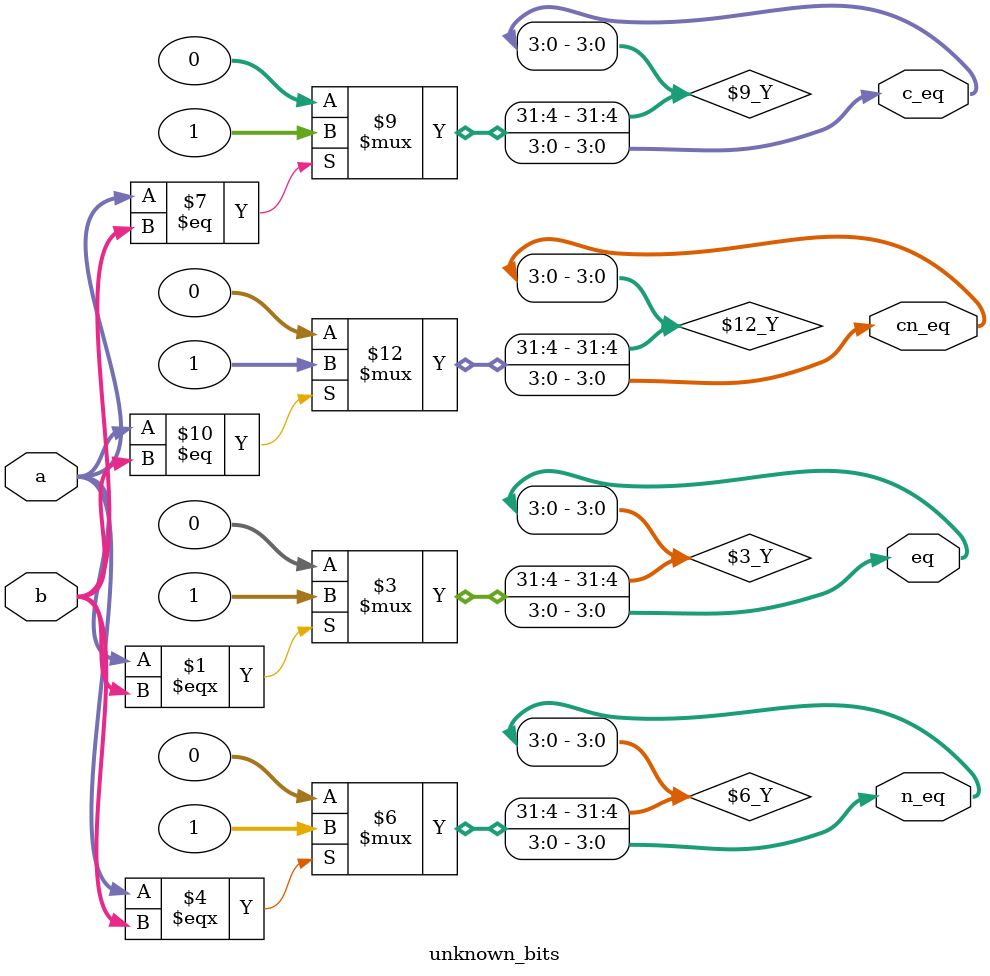
<source format=v>
`timescale 1ns / 1ps


module unknown_bits(
input [3:0]a,b,
output [3:0]eq,n_eq,c_eq,cn_eq);
assign eq=(a===b)?1'b1:0;
assign n_eq=(a===b)?1'b1:0;
assign c_eq=(a==b)?1'b1:0;
assign cn_eq=(a==b)?1'b1:0;
endmodule

</source>
